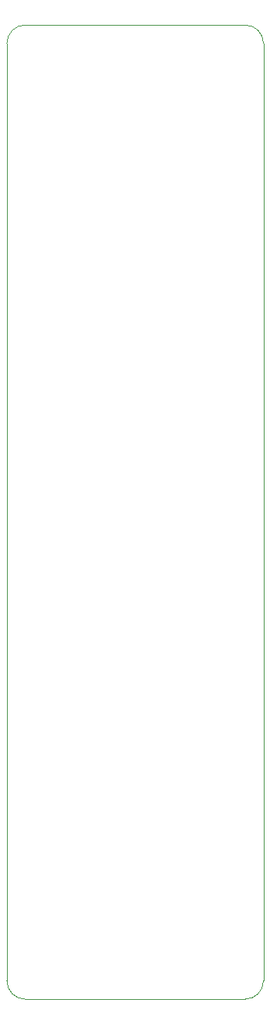
<source format=gbr>
%TF.GenerationSoftware,KiCad,Pcbnew,7.0.2-0*%
%TF.CreationDate,2023-05-31T17:16:31-07:00*%
%TF.ProjectId,camera-clicker,63616d65-7261-42d6-936c-69636b65722e,rev?*%
%TF.SameCoordinates,Original*%
%TF.FileFunction,Profile,NP*%
%FSLAX46Y46*%
G04 Gerber Fmt 4.6, Leading zero omitted, Abs format (unit mm)*
G04 Created by KiCad (PCBNEW 7.0.2-0) date 2023-05-31 17:16:31*
%MOMM*%
%LPD*%
G01*
G04 APERTURE LIST*
%TA.AperFunction,Profile*%
%ADD10C,0.100000*%
%TD*%
G04 APERTURE END LIST*
D10*
X132000000Y-42000000D02*
X156000000Y-42000000D01*
X130000000Y-146000000D02*
X130000000Y-44000000D01*
X156000000Y-148000000D02*
X132000000Y-148000000D01*
X158000000Y-44000000D02*
X158000000Y-146000000D01*
X156000000Y-148000000D02*
G75*
G03*
X158000000Y-146000000I0J2000000D01*
G01*
X130000000Y-146000000D02*
G75*
G03*
X132000000Y-148000000I2000000J0D01*
G01*
X158000000Y-44000000D02*
G75*
G03*
X156000000Y-42000000I-2000000J0D01*
G01*
X132000000Y-42000000D02*
G75*
G03*
X130000000Y-44000000I0J-2000000D01*
G01*
M02*

</source>
